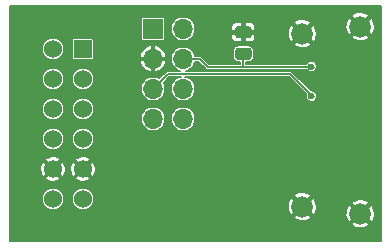
<source format=gbr>
%TF.GenerationSoftware,KiCad,Pcbnew,5.1.8*%
%TF.CreationDate,2021-01-07T21:55:06-06:00*%
%TF.ProjectId,hdmi_pmod,68646d69-5f70-46d6-9f64-2e6b69636164,rev?*%
%TF.SameCoordinates,Original*%
%TF.FileFunction,Copper,L4,Bot*%
%TF.FilePolarity,Positive*%
%FSLAX46Y46*%
G04 Gerber Fmt 4.6, Leading zero omitted, Abs format (unit mm)*
G04 Created by KiCad (PCBNEW 5.1.8) date 2021-01-07 21:55:06*
%MOMM*%
%LPD*%
G01*
G04 APERTURE LIST*
%TA.AperFunction,ComponentPad*%
%ADD10R,1.700000X1.700000*%
%TD*%
%TA.AperFunction,ComponentPad*%
%ADD11O,1.700000X1.700000*%
%TD*%
%TA.AperFunction,ComponentPad*%
%ADD12R,1.524000X1.524000*%
%TD*%
%TA.AperFunction,ComponentPad*%
%ADD13C,1.524000*%
%TD*%
%TA.AperFunction,ComponentPad*%
%ADD14C,1.828800*%
%TD*%
%TA.AperFunction,ViaPad*%
%ADD15C,0.600000*%
%TD*%
%TA.AperFunction,Conductor*%
%ADD16C,0.127000*%
%TD*%
%TA.AperFunction,Conductor*%
%ADD17C,0.100000*%
%TD*%
G04 APERTURE END LIST*
D10*
%TO.P,J1,1*%
%TO.N,+5V*%
X97150000Y-66000000D03*
D11*
%TO.P,J1,2*%
%TO.N,+3V3*%
X99690000Y-66000000D03*
%TO.P,J1,3*%
%TO.N,GND*%
X97150000Y-68540000D03*
%TO.P,J1,4*%
%TO.N,/HEAC-*%
X99690000Y-68540000D03*
%TO.P,J1,5*%
%TO.N,/HEAC+*%
X97150000Y-71080000D03*
%TO.P,J1,6*%
%TO.N,/SDA*%
X99690000Y-71080000D03*
%TO.P,J1,7*%
%TO.N,/SCL*%
X97150000Y-73620000D03*
%TO.P,J1,8*%
%TO.N,/CEC*%
X99690000Y-73620000D03*
%TD*%
D12*
%TO.P,PMOD0,1*%
%TO.N,/TMDS_CLK+*%
X91211001Y-67716001D03*
D13*
%TO.P,PMOD0,7*%
%TO.N,/TMDS_B+*%
X88671001Y-67716001D03*
%TO.P,PMOD0,2*%
%TO.N,/TMDS_CLK-*%
X91211001Y-70256001D03*
%TO.P,PMOD0,8*%
%TO.N,/TMDS_B-*%
X88671001Y-70256001D03*
%TO.P,PMOD0,3*%
%TO.N,/TMDS_R+*%
X91211001Y-72796001D03*
%TO.P,PMOD0,9*%
%TO.N,/TMDS_G+*%
X88671001Y-72796001D03*
%TO.P,PMOD0,4*%
%TO.N,/TMDS_R-*%
X91211001Y-75336001D03*
%TO.P,PMOD0,10*%
%TO.N,/TMDS_G-*%
X88671001Y-75336001D03*
%TO.P,PMOD0,5*%
%TO.N,GND*%
X91211001Y-77876001D03*
%TO.P,PMOD0,11*%
X88671001Y-77876001D03*
%TO.P,PMOD0,6*%
%TO.N,+3V3*%
X91211001Y-80416001D03*
%TO.P,PMOD0,12*%
X88671001Y-80416001D03*
%TD*%
D14*
%TO.P,J0,SH*%
%TO.N,GND*%
X109778800Y-66407020D03*
X109778800Y-81056978D03*
X114678790Y-65806945D03*
X114678790Y-81657053D03*
%TD*%
%TO.P,R4,2*%
%TO.N,GND*%
%TA.AperFunction,SMDPad,CuDef*%
G36*
G01*
X105250001Y-66800000D02*
X104349999Y-66800000D01*
G75*
G02*
X104100000Y-66550001I0J249999D01*
G01*
X104100000Y-66024999D01*
G75*
G02*
X104349999Y-65775000I249999J0D01*
G01*
X105250001Y-65775000D01*
G75*
G02*
X105500000Y-66024999I0J-249999D01*
G01*
X105500000Y-66550001D01*
G75*
G02*
X105250001Y-66800000I-249999J0D01*
G01*
G37*
%TD.AperFunction*%
%TO.P,R4,1*%
%TO.N,/HEAC-*%
%TA.AperFunction,SMDPad,CuDef*%
G36*
G01*
X105250001Y-68625000D02*
X104349999Y-68625000D01*
G75*
G02*
X104100000Y-68375001I0J249999D01*
G01*
X104100000Y-67849999D01*
G75*
G02*
X104349999Y-67600000I249999J0D01*
G01*
X105250001Y-67600000D01*
G75*
G02*
X105500000Y-67849999I0J-249999D01*
G01*
X105500000Y-68375001D01*
G75*
G02*
X105250001Y-68625000I-249999J0D01*
G01*
G37*
%TD.AperFunction*%
%TD*%
D15*
%TO.N,GND*%
X110550000Y-70200000D03*
X110550000Y-77700000D03*
X110550000Y-76200000D03*
X110550000Y-74700000D03*
X110550000Y-73250000D03*
%TO.N,/HEAC+*%
X110550000Y-71700000D03*
%TO.N,/HEAC-*%
X110550000Y-69200000D03*
%TD*%
D16*
%TO.N,GND*%
X109659280Y-66287500D02*
X109778800Y-66407020D01*
X104800000Y-66287500D02*
X104800000Y-65900000D01*
%TO.N,/HEAC+*%
X97150000Y-71080000D02*
X98430000Y-69800000D01*
X98430000Y-69800000D02*
X108750000Y-69800000D01*
X108750000Y-69800000D02*
X110650000Y-71700000D01*
X110650000Y-71700000D02*
X110750000Y-71700000D01*
%TO.N,/HEAC-*%
X99690000Y-68540000D02*
X101090000Y-68540000D01*
X101090000Y-68540000D02*
X101800000Y-69250000D01*
X110700000Y-69250000D02*
X110750000Y-69200000D01*
X104800000Y-69200000D02*
X104750000Y-69250000D01*
X104800000Y-68112500D02*
X104800000Y-69200000D01*
X101800000Y-69250000D02*
X104750000Y-69250000D01*
X104750000Y-69250000D02*
X110700000Y-69250000D01*
%TD*%
%TO.N,GND*%
X116490451Y-83990457D02*
X85045550Y-83991444D01*
X85045550Y-82551266D01*
X113942262Y-82551266D01*
X114044357Y-82719970D01*
X114263912Y-82823318D01*
X114499410Y-82881848D01*
X114741802Y-82893308D01*
X114981773Y-82857261D01*
X115210100Y-82775091D01*
X115313223Y-82719970D01*
X115415318Y-82551266D01*
X114678790Y-81814738D01*
X113942262Y-82551266D01*
X85045550Y-82551266D01*
X85045550Y-81951191D01*
X109042272Y-81951191D01*
X109144367Y-82119895D01*
X109363922Y-82223243D01*
X109599420Y-82281773D01*
X109841812Y-82293233D01*
X110081783Y-82257186D01*
X110310110Y-82175016D01*
X110413233Y-82119895D01*
X110515328Y-81951191D01*
X109778800Y-81214663D01*
X109042272Y-81951191D01*
X85045550Y-81951191D01*
X85045550Y-80322188D01*
X87718501Y-80322188D01*
X87718501Y-80509814D01*
X87755105Y-80693835D01*
X87826906Y-80867179D01*
X87931146Y-81023185D01*
X88063817Y-81155856D01*
X88219823Y-81260096D01*
X88393167Y-81331897D01*
X88577188Y-81368501D01*
X88764814Y-81368501D01*
X88948835Y-81331897D01*
X89122179Y-81260096D01*
X89278185Y-81155856D01*
X89410856Y-81023185D01*
X89515096Y-80867179D01*
X89586897Y-80693835D01*
X89623501Y-80509814D01*
X89623501Y-80322188D01*
X90258501Y-80322188D01*
X90258501Y-80509814D01*
X90295105Y-80693835D01*
X90366906Y-80867179D01*
X90471146Y-81023185D01*
X90603817Y-81155856D01*
X90759823Y-81260096D01*
X90933167Y-81331897D01*
X91117188Y-81368501D01*
X91304814Y-81368501D01*
X91488835Y-81331897D01*
X91662179Y-81260096D01*
X91818185Y-81155856D01*
X91854051Y-81119990D01*
X108542545Y-81119990D01*
X108578592Y-81359961D01*
X108660762Y-81588288D01*
X108715883Y-81691411D01*
X108884587Y-81793506D01*
X109621115Y-81056978D01*
X109936485Y-81056978D01*
X110673013Y-81793506D01*
X110794368Y-81720065D01*
X113442535Y-81720065D01*
X113478582Y-81960036D01*
X113560752Y-82188363D01*
X113615873Y-82291486D01*
X113784577Y-82393581D01*
X114521105Y-81657053D01*
X114836475Y-81657053D01*
X115573003Y-82393581D01*
X115741707Y-82291486D01*
X115845055Y-82071931D01*
X115903585Y-81836433D01*
X115915045Y-81594041D01*
X115878998Y-81354070D01*
X115796828Y-81125743D01*
X115741707Y-81022620D01*
X115573003Y-80920525D01*
X114836475Y-81657053D01*
X114521105Y-81657053D01*
X113784577Y-80920525D01*
X113615873Y-81022620D01*
X113512525Y-81242175D01*
X113453995Y-81477673D01*
X113442535Y-81720065D01*
X110794368Y-81720065D01*
X110841717Y-81691411D01*
X110945065Y-81471856D01*
X111003595Y-81236358D01*
X111015055Y-80993966D01*
X110980337Y-80762840D01*
X113942262Y-80762840D01*
X114678790Y-81499368D01*
X115415318Y-80762840D01*
X115313223Y-80594136D01*
X115093668Y-80490788D01*
X114858170Y-80432258D01*
X114615778Y-80420798D01*
X114375807Y-80456845D01*
X114147480Y-80539015D01*
X114044357Y-80594136D01*
X113942262Y-80762840D01*
X110980337Y-80762840D01*
X110979008Y-80753995D01*
X110896838Y-80525668D01*
X110841717Y-80422545D01*
X110673013Y-80320450D01*
X109936485Y-81056978D01*
X109621115Y-81056978D01*
X108884587Y-80320450D01*
X108715883Y-80422545D01*
X108612535Y-80642100D01*
X108554005Y-80877598D01*
X108542545Y-81119990D01*
X91854051Y-81119990D01*
X91950856Y-81023185D01*
X92055096Y-80867179D01*
X92126897Y-80693835D01*
X92163501Y-80509814D01*
X92163501Y-80322188D01*
X92131790Y-80162765D01*
X109042272Y-80162765D01*
X109778800Y-80899293D01*
X110515328Y-80162765D01*
X110413233Y-79994061D01*
X110193678Y-79890713D01*
X109958180Y-79832183D01*
X109715788Y-79820723D01*
X109475817Y-79856770D01*
X109247490Y-79938940D01*
X109144367Y-79994061D01*
X109042272Y-80162765D01*
X92131790Y-80162765D01*
X92126897Y-80138167D01*
X92055096Y-79964823D01*
X91950856Y-79808817D01*
X91818185Y-79676146D01*
X91662179Y-79571906D01*
X91488835Y-79500105D01*
X91304814Y-79463501D01*
X91117188Y-79463501D01*
X90933167Y-79500105D01*
X90759823Y-79571906D01*
X90603817Y-79676146D01*
X90471146Y-79808817D01*
X90366906Y-79964823D01*
X90295105Y-80138167D01*
X90258501Y-80322188D01*
X89623501Y-80322188D01*
X89586897Y-80138167D01*
X89515096Y-79964823D01*
X89410856Y-79808817D01*
X89278185Y-79676146D01*
X89122179Y-79571906D01*
X88948835Y-79500105D01*
X88764814Y-79463501D01*
X88577188Y-79463501D01*
X88393167Y-79500105D01*
X88219823Y-79571906D01*
X88063817Y-79676146D01*
X87931146Y-79808817D01*
X87826906Y-79964823D01*
X87755105Y-80138167D01*
X87718501Y-80322188D01*
X85045550Y-80322188D01*
X85045550Y-78661346D01*
X88043340Y-78661346D01*
X88126999Y-78814450D01*
X88320534Y-78902547D01*
X88527538Y-78951195D01*
X88740054Y-78958523D01*
X88949916Y-78924251D01*
X89149061Y-78849696D01*
X89215003Y-78814450D01*
X89298662Y-78661346D01*
X90583340Y-78661346D01*
X90666999Y-78814450D01*
X90860534Y-78902547D01*
X91067538Y-78951195D01*
X91280054Y-78958523D01*
X91489916Y-78924251D01*
X91689061Y-78849696D01*
X91755003Y-78814450D01*
X91838662Y-78661346D01*
X91211001Y-78033686D01*
X90583340Y-78661346D01*
X89298662Y-78661346D01*
X88671001Y-78033686D01*
X88043340Y-78661346D01*
X85045550Y-78661346D01*
X85045550Y-77945054D01*
X87588479Y-77945054D01*
X87622751Y-78154916D01*
X87697306Y-78354061D01*
X87732552Y-78420003D01*
X87885656Y-78503662D01*
X88513316Y-77876001D01*
X88828686Y-77876001D01*
X89456346Y-78503662D01*
X89609450Y-78420003D01*
X89697547Y-78226468D01*
X89746195Y-78019464D01*
X89748760Y-77945054D01*
X90128479Y-77945054D01*
X90162751Y-78154916D01*
X90237306Y-78354061D01*
X90272552Y-78420003D01*
X90425656Y-78503662D01*
X91053316Y-77876001D01*
X91368686Y-77876001D01*
X91996346Y-78503662D01*
X92149450Y-78420003D01*
X92237547Y-78226468D01*
X92286195Y-78019464D01*
X92293523Y-77806948D01*
X92259251Y-77597086D01*
X92184696Y-77397941D01*
X92149450Y-77331999D01*
X91996346Y-77248340D01*
X91368686Y-77876001D01*
X91053316Y-77876001D01*
X90425656Y-77248340D01*
X90272552Y-77331999D01*
X90184455Y-77525534D01*
X90135807Y-77732538D01*
X90128479Y-77945054D01*
X89748760Y-77945054D01*
X89753523Y-77806948D01*
X89719251Y-77597086D01*
X89644696Y-77397941D01*
X89609450Y-77331999D01*
X89456346Y-77248340D01*
X88828686Y-77876001D01*
X88513316Y-77876001D01*
X87885656Y-77248340D01*
X87732552Y-77331999D01*
X87644455Y-77525534D01*
X87595807Y-77732538D01*
X87588479Y-77945054D01*
X85045550Y-77945054D01*
X85045550Y-77090656D01*
X88043340Y-77090656D01*
X88671001Y-77718316D01*
X89298662Y-77090656D01*
X90583340Y-77090656D01*
X91211001Y-77718316D01*
X91838662Y-77090656D01*
X91755003Y-76937552D01*
X91561468Y-76849455D01*
X91354464Y-76800807D01*
X91141948Y-76793479D01*
X90932086Y-76827751D01*
X90732941Y-76902306D01*
X90666999Y-76937552D01*
X90583340Y-77090656D01*
X89298662Y-77090656D01*
X89215003Y-76937552D01*
X89021468Y-76849455D01*
X88814464Y-76800807D01*
X88601948Y-76793479D01*
X88392086Y-76827751D01*
X88192941Y-76902306D01*
X88126999Y-76937552D01*
X88043340Y-77090656D01*
X85045550Y-77090656D01*
X85045550Y-75242188D01*
X87718501Y-75242188D01*
X87718501Y-75429814D01*
X87755105Y-75613835D01*
X87826906Y-75787179D01*
X87931146Y-75943185D01*
X88063817Y-76075856D01*
X88219823Y-76180096D01*
X88393167Y-76251897D01*
X88577188Y-76288501D01*
X88764814Y-76288501D01*
X88948835Y-76251897D01*
X89122179Y-76180096D01*
X89278185Y-76075856D01*
X89410856Y-75943185D01*
X89515096Y-75787179D01*
X89586897Y-75613835D01*
X89623501Y-75429814D01*
X89623501Y-75242188D01*
X90258501Y-75242188D01*
X90258501Y-75429814D01*
X90295105Y-75613835D01*
X90366906Y-75787179D01*
X90471146Y-75943185D01*
X90603817Y-76075856D01*
X90759823Y-76180096D01*
X90933167Y-76251897D01*
X91117188Y-76288501D01*
X91304814Y-76288501D01*
X91488835Y-76251897D01*
X91662179Y-76180096D01*
X91818185Y-76075856D01*
X91950856Y-75943185D01*
X92055096Y-75787179D01*
X92126897Y-75613835D01*
X92163501Y-75429814D01*
X92163501Y-75242188D01*
X92126897Y-75058167D01*
X92055096Y-74884823D01*
X91950856Y-74728817D01*
X91818185Y-74596146D01*
X91662179Y-74491906D01*
X91488835Y-74420105D01*
X91304814Y-74383501D01*
X91117188Y-74383501D01*
X90933167Y-74420105D01*
X90759823Y-74491906D01*
X90603817Y-74596146D01*
X90471146Y-74728817D01*
X90366906Y-74884823D01*
X90295105Y-75058167D01*
X90258501Y-75242188D01*
X89623501Y-75242188D01*
X89586897Y-75058167D01*
X89515096Y-74884823D01*
X89410856Y-74728817D01*
X89278185Y-74596146D01*
X89122179Y-74491906D01*
X88948835Y-74420105D01*
X88764814Y-74383501D01*
X88577188Y-74383501D01*
X88393167Y-74420105D01*
X88219823Y-74491906D01*
X88063817Y-74596146D01*
X87931146Y-74728817D01*
X87826906Y-74884823D01*
X87755105Y-75058167D01*
X87718501Y-75242188D01*
X85045550Y-75242188D01*
X85045550Y-72702188D01*
X87718501Y-72702188D01*
X87718501Y-72889814D01*
X87755105Y-73073835D01*
X87826906Y-73247179D01*
X87931146Y-73403185D01*
X88063817Y-73535856D01*
X88219823Y-73640096D01*
X88393167Y-73711897D01*
X88577188Y-73748501D01*
X88764814Y-73748501D01*
X88948835Y-73711897D01*
X89122179Y-73640096D01*
X89278185Y-73535856D01*
X89410856Y-73403185D01*
X89515096Y-73247179D01*
X89586897Y-73073835D01*
X89623501Y-72889814D01*
X89623501Y-72702188D01*
X90258501Y-72702188D01*
X90258501Y-72889814D01*
X90295105Y-73073835D01*
X90366906Y-73247179D01*
X90471146Y-73403185D01*
X90603817Y-73535856D01*
X90759823Y-73640096D01*
X90933167Y-73711897D01*
X91117188Y-73748501D01*
X91304814Y-73748501D01*
X91488835Y-73711897D01*
X91662179Y-73640096D01*
X91818185Y-73535856D01*
X91836521Y-73517520D01*
X96109500Y-73517520D01*
X96109500Y-73722480D01*
X96149485Y-73923503D01*
X96227920Y-74112862D01*
X96341791Y-74283280D01*
X96486720Y-74428209D01*
X96657138Y-74542080D01*
X96846497Y-74620515D01*
X97047520Y-74660500D01*
X97252480Y-74660500D01*
X97453503Y-74620515D01*
X97642862Y-74542080D01*
X97813280Y-74428209D01*
X97958209Y-74283280D01*
X98072080Y-74112862D01*
X98150515Y-73923503D01*
X98190500Y-73722480D01*
X98190500Y-73517520D01*
X98649500Y-73517520D01*
X98649500Y-73722480D01*
X98689485Y-73923503D01*
X98767920Y-74112862D01*
X98881791Y-74283280D01*
X99026720Y-74428209D01*
X99197138Y-74542080D01*
X99386497Y-74620515D01*
X99587520Y-74660500D01*
X99792480Y-74660500D01*
X99993503Y-74620515D01*
X100182862Y-74542080D01*
X100353280Y-74428209D01*
X100498209Y-74283280D01*
X100612080Y-74112862D01*
X100690515Y-73923503D01*
X100730500Y-73722480D01*
X100730500Y-73517520D01*
X100690515Y-73316497D01*
X100612080Y-73127138D01*
X100498209Y-72956720D01*
X100353280Y-72811791D01*
X100182862Y-72697920D01*
X99993503Y-72619485D01*
X99792480Y-72579500D01*
X99587520Y-72579500D01*
X99386497Y-72619485D01*
X99197138Y-72697920D01*
X99026720Y-72811791D01*
X98881791Y-72956720D01*
X98767920Y-73127138D01*
X98689485Y-73316497D01*
X98649500Y-73517520D01*
X98190500Y-73517520D01*
X98150515Y-73316497D01*
X98072080Y-73127138D01*
X97958209Y-72956720D01*
X97813280Y-72811791D01*
X97642862Y-72697920D01*
X97453503Y-72619485D01*
X97252480Y-72579500D01*
X97047520Y-72579500D01*
X96846497Y-72619485D01*
X96657138Y-72697920D01*
X96486720Y-72811791D01*
X96341791Y-72956720D01*
X96227920Y-73127138D01*
X96149485Y-73316497D01*
X96109500Y-73517520D01*
X91836521Y-73517520D01*
X91950856Y-73403185D01*
X92055096Y-73247179D01*
X92126897Y-73073835D01*
X92163501Y-72889814D01*
X92163501Y-72702188D01*
X92126897Y-72518167D01*
X92055096Y-72344823D01*
X91950856Y-72188817D01*
X91818185Y-72056146D01*
X91662179Y-71951906D01*
X91488835Y-71880105D01*
X91304814Y-71843501D01*
X91117188Y-71843501D01*
X90933167Y-71880105D01*
X90759823Y-71951906D01*
X90603817Y-72056146D01*
X90471146Y-72188817D01*
X90366906Y-72344823D01*
X90295105Y-72518167D01*
X90258501Y-72702188D01*
X89623501Y-72702188D01*
X89586897Y-72518167D01*
X89515096Y-72344823D01*
X89410856Y-72188817D01*
X89278185Y-72056146D01*
X89122179Y-71951906D01*
X88948835Y-71880105D01*
X88764814Y-71843501D01*
X88577188Y-71843501D01*
X88393167Y-71880105D01*
X88219823Y-71951906D01*
X88063817Y-72056146D01*
X87931146Y-72188817D01*
X87826906Y-72344823D01*
X87755105Y-72518167D01*
X87718501Y-72702188D01*
X85045550Y-72702188D01*
X85045550Y-70162188D01*
X87718501Y-70162188D01*
X87718501Y-70349814D01*
X87755105Y-70533835D01*
X87826906Y-70707179D01*
X87931146Y-70863185D01*
X88063817Y-70995856D01*
X88219823Y-71100096D01*
X88393167Y-71171897D01*
X88577188Y-71208501D01*
X88764814Y-71208501D01*
X88948835Y-71171897D01*
X89122179Y-71100096D01*
X89278185Y-70995856D01*
X89410856Y-70863185D01*
X89515096Y-70707179D01*
X89586897Y-70533835D01*
X89623501Y-70349814D01*
X89623501Y-70162188D01*
X90258501Y-70162188D01*
X90258501Y-70349814D01*
X90295105Y-70533835D01*
X90366906Y-70707179D01*
X90471146Y-70863185D01*
X90603817Y-70995856D01*
X90759823Y-71100096D01*
X90933167Y-71171897D01*
X91117188Y-71208501D01*
X91304814Y-71208501D01*
X91488835Y-71171897D01*
X91662179Y-71100096D01*
X91818185Y-70995856D01*
X91836521Y-70977520D01*
X96109500Y-70977520D01*
X96109500Y-71182480D01*
X96149485Y-71383503D01*
X96227920Y-71572862D01*
X96341791Y-71743280D01*
X96486720Y-71888209D01*
X96657138Y-72002080D01*
X96846497Y-72080515D01*
X97047520Y-72120500D01*
X97252480Y-72120500D01*
X97453503Y-72080515D01*
X97642862Y-72002080D01*
X97813280Y-71888209D01*
X97958209Y-71743280D01*
X98072080Y-71572862D01*
X98150515Y-71383503D01*
X98190500Y-71182480D01*
X98190500Y-70977520D01*
X98150515Y-70776497D01*
X98072080Y-70587138D01*
X98044039Y-70545171D01*
X98535210Y-70054000D01*
X99514622Y-70054000D01*
X99386497Y-70079485D01*
X99197138Y-70157920D01*
X99026720Y-70271791D01*
X98881791Y-70416720D01*
X98767920Y-70587138D01*
X98689485Y-70776497D01*
X98649500Y-70977520D01*
X98649500Y-71182480D01*
X98689485Y-71383503D01*
X98767920Y-71572862D01*
X98881791Y-71743280D01*
X99026720Y-71888209D01*
X99197138Y-72002080D01*
X99386497Y-72080515D01*
X99587520Y-72120500D01*
X99792480Y-72120500D01*
X99993503Y-72080515D01*
X100182862Y-72002080D01*
X100353280Y-71888209D01*
X100498209Y-71743280D01*
X100612080Y-71572862D01*
X100690515Y-71383503D01*
X100730500Y-71182480D01*
X100730500Y-70977520D01*
X100690515Y-70776497D01*
X100612080Y-70587138D01*
X100498209Y-70416720D01*
X100353280Y-70271791D01*
X100182862Y-70157920D01*
X99993503Y-70079485D01*
X99865378Y-70054000D01*
X108644790Y-70054000D01*
X110098667Y-71507878D01*
X110078350Y-71556927D01*
X110059500Y-71651690D01*
X110059500Y-71748310D01*
X110078350Y-71843073D01*
X110115325Y-71932339D01*
X110169004Y-72012675D01*
X110237325Y-72080996D01*
X110317661Y-72134675D01*
X110406927Y-72171650D01*
X110501690Y-72190500D01*
X110598310Y-72190500D01*
X110693073Y-72171650D01*
X110782339Y-72134675D01*
X110862675Y-72080996D01*
X110930996Y-72012675D01*
X110984675Y-71932339D01*
X111021650Y-71843073D01*
X111040500Y-71748310D01*
X111040500Y-71651690D01*
X111021650Y-71556927D01*
X110984675Y-71467661D01*
X110930996Y-71387325D01*
X110862675Y-71319004D01*
X110782339Y-71265325D01*
X110693073Y-71228350D01*
X110598310Y-71209500D01*
X110518711Y-71209500D01*
X108938419Y-69629208D01*
X108930473Y-69619527D01*
X108920791Y-69611581D01*
X108920788Y-69611578D01*
X108908323Y-69601349D01*
X108891797Y-69587786D01*
X108847672Y-69564200D01*
X108799793Y-69549676D01*
X108762469Y-69546000D01*
X108762458Y-69546000D01*
X108750000Y-69544773D01*
X108737542Y-69546000D01*
X99965927Y-69546000D01*
X99993503Y-69540515D01*
X100182862Y-69462080D01*
X100353280Y-69348209D01*
X100498209Y-69203280D01*
X100612080Y-69032862D01*
X100690515Y-68843503D01*
X100700362Y-68794000D01*
X100984790Y-68794000D01*
X101611581Y-69420791D01*
X101619527Y-69430473D01*
X101629209Y-69438419D01*
X101629212Y-69438422D01*
X101658203Y-69462215D01*
X101677732Y-69472653D01*
X101702328Y-69485800D01*
X101750207Y-69500324D01*
X101787531Y-69504000D01*
X101787542Y-69504000D01*
X101800000Y-69505227D01*
X101812458Y-69504000D01*
X104737542Y-69504000D01*
X104750000Y-69505227D01*
X104762458Y-69504000D01*
X110163208Y-69504000D01*
X110169004Y-69512675D01*
X110237325Y-69580996D01*
X110317661Y-69634675D01*
X110406927Y-69671650D01*
X110501690Y-69690500D01*
X110598310Y-69690500D01*
X110693073Y-69671650D01*
X110782339Y-69634675D01*
X110862675Y-69580996D01*
X110930996Y-69512675D01*
X110984675Y-69432339D01*
X111021650Y-69343073D01*
X111040500Y-69248310D01*
X111040500Y-69151690D01*
X111021650Y-69056927D01*
X110984675Y-68967661D01*
X110930996Y-68887325D01*
X110862675Y-68819004D01*
X110782339Y-68765325D01*
X110693073Y-68728350D01*
X110598310Y-68709500D01*
X110501690Y-68709500D01*
X110406927Y-68728350D01*
X110317661Y-68765325D01*
X110237325Y-68819004D01*
X110169004Y-68887325D01*
X110115325Y-68967661D01*
X110103587Y-68996000D01*
X105054000Y-68996000D01*
X105054000Y-68816421D01*
X105250001Y-68816421D01*
X105336118Y-68807939D01*
X105418925Y-68782820D01*
X105495241Y-68742028D01*
X105562132Y-68687132D01*
X105617028Y-68620241D01*
X105657820Y-68543925D01*
X105682939Y-68461118D01*
X105691421Y-68375001D01*
X105691421Y-67849999D01*
X105682939Y-67763882D01*
X105657820Y-67681075D01*
X105617028Y-67604759D01*
X105562132Y-67537868D01*
X105495241Y-67482972D01*
X105418925Y-67442180D01*
X105336118Y-67417061D01*
X105250001Y-67408579D01*
X104349999Y-67408579D01*
X104263882Y-67417061D01*
X104181075Y-67442180D01*
X104104759Y-67482972D01*
X104037868Y-67537868D01*
X103982972Y-67604759D01*
X103942180Y-67681075D01*
X103917061Y-67763882D01*
X103908579Y-67849999D01*
X103908579Y-68375001D01*
X103917061Y-68461118D01*
X103942180Y-68543925D01*
X103982972Y-68620241D01*
X104037868Y-68687132D01*
X104104759Y-68742028D01*
X104181075Y-68782820D01*
X104263882Y-68807939D01*
X104349999Y-68816421D01*
X104546001Y-68816421D01*
X104546001Y-68996000D01*
X101905210Y-68996000D01*
X101278419Y-68369209D01*
X101270473Y-68359527D01*
X101260791Y-68351581D01*
X101260788Y-68351578D01*
X101248323Y-68341349D01*
X101231797Y-68327786D01*
X101187672Y-68304200D01*
X101139793Y-68289676D01*
X101102469Y-68286000D01*
X101102458Y-68286000D01*
X101090000Y-68284773D01*
X101077542Y-68286000D01*
X100700362Y-68286000D01*
X100690515Y-68236497D01*
X100612080Y-68047138D01*
X100498209Y-67876720D01*
X100353280Y-67731791D01*
X100182862Y-67617920D01*
X99993503Y-67539485D01*
X99792480Y-67499500D01*
X99587520Y-67499500D01*
X99386497Y-67539485D01*
X99197138Y-67617920D01*
X99026720Y-67731791D01*
X98881791Y-67876720D01*
X98767920Y-68047138D01*
X98689485Y-68236497D01*
X98649500Y-68437520D01*
X98649500Y-68642480D01*
X98689485Y-68843503D01*
X98767920Y-69032862D01*
X98881791Y-69203280D01*
X99026720Y-69348209D01*
X99197138Y-69462080D01*
X99386497Y-69540515D01*
X99414073Y-69546000D01*
X98442457Y-69546000D01*
X98429999Y-69544773D01*
X98417541Y-69546000D01*
X98417531Y-69546000D01*
X98380207Y-69549676D01*
X98332328Y-69564200D01*
X98288202Y-69587786D01*
X98259211Y-69611579D01*
X98259209Y-69611581D01*
X98249527Y-69619527D01*
X98241581Y-69629209D01*
X97684829Y-70185961D01*
X97642862Y-70157920D01*
X97453503Y-70079485D01*
X97252480Y-70039500D01*
X97047520Y-70039500D01*
X96846497Y-70079485D01*
X96657138Y-70157920D01*
X96486720Y-70271791D01*
X96341791Y-70416720D01*
X96227920Y-70587138D01*
X96149485Y-70776497D01*
X96109500Y-70977520D01*
X91836521Y-70977520D01*
X91950856Y-70863185D01*
X92055096Y-70707179D01*
X92126897Y-70533835D01*
X92163501Y-70349814D01*
X92163501Y-70162188D01*
X92126897Y-69978167D01*
X92055096Y-69804823D01*
X91950856Y-69648817D01*
X91818185Y-69516146D01*
X91662179Y-69411906D01*
X91488835Y-69340105D01*
X91304814Y-69303501D01*
X91117188Y-69303501D01*
X90933167Y-69340105D01*
X90759823Y-69411906D01*
X90603817Y-69516146D01*
X90471146Y-69648817D01*
X90366906Y-69804823D01*
X90295105Y-69978167D01*
X90258501Y-70162188D01*
X89623501Y-70162188D01*
X89586897Y-69978167D01*
X89515096Y-69804823D01*
X89410856Y-69648817D01*
X89278185Y-69516146D01*
X89122179Y-69411906D01*
X88948835Y-69340105D01*
X88764814Y-69303501D01*
X88577188Y-69303501D01*
X88393167Y-69340105D01*
X88219823Y-69411906D01*
X88063817Y-69516146D01*
X87931146Y-69648817D01*
X87826906Y-69804823D01*
X87755105Y-69978167D01*
X87718501Y-70162188D01*
X85045550Y-70162188D01*
X85045550Y-68831930D01*
X96019588Y-68831930D01*
X96047904Y-68925295D01*
X96144248Y-69132900D01*
X96279242Y-69317720D01*
X96447699Y-69472653D01*
X96643145Y-69591744D01*
X96858069Y-69670418D01*
X97038500Y-69622794D01*
X97038500Y-68651500D01*
X97261500Y-68651500D01*
X97261500Y-69622794D01*
X97441931Y-69670418D01*
X97656855Y-69591744D01*
X97852301Y-69472653D01*
X98020758Y-69317720D01*
X98155752Y-69132900D01*
X98252096Y-68925295D01*
X98280412Y-68831930D01*
X98232397Y-68651500D01*
X97261500Y-68651500D01*
X97038500Y-68651500D01*
X96067603Y-68651500D01*
X96019588Y-68831930D01*
X85045550Y-68831930D01*
X85045550Y-67622188D01*
X87718501Y-67622188D01*
X87718501Y-67809814D01*
X87755105Y-67993835D01*
X87826906Y-68167179D01*
X87931146Y-68323185D01*
X88063817Y-68455856D01*
X88219823Y-68560096D01*
X88393167Y-68631897D01*
X88577188Y-68668501D01*
X88764814Y-68668501D01*
X88948835Y-68631897D01*
X89122179Y-68560096D01*
X89278185Y-68455856D01*
X89410856Y-68323185D01*
X89515096Y-68167179D01*
X89586897Y-67993835D01*
X89623501Y-67809814D01*
X89623501Y-67622188D01*
X89586897Y-67438167D01*
X89515096Y-67264823D01*
X89410856Y-67108817D01*
X89278185Y-66976146D01*
X89245043Y-66954001D01*
X90257580Y-66954001D01*
X90257580Y-68478001D01*
X90261258Y-68515345D01*
X90272151Y-68551255D01*
X90289840Y-68584349D01*
X90313646Y-68613356D01*
X90342653Y-68637162D01*
X90375747Y-68654851D01*
X90411657Y-68665744D01*
X90449001Y-68669422D01*
X91973001Y-68669422D01*
X92010345Y-68665744D01*
X92046255Y-68654851D01*
X92079349Y-68637162D01*
X92108356Y-68613356D01*
X92132162Y-68584349D01*
X92149851Y-68551255D01*
X92160744Y-68515345D01*
X92164422Y-68478001D01*
X92164422Y-68248070D01*
X96019588Y-68248070D01*
X96067603Y-68428500D01*
X97038500Y-68428500D01*
X97038500Y-67457206D01*
X97261500Y-67457206D01*
X97261500Y-68428500D01*
X98232397Y-68428500D01*
X98280412Y-68248070D01*
X98252096Y-68154705D01*
X98155752Y-67947100D01*
X98020758Y-67762280D01*
X97852301Y-67607347D01*
X97656855Y-67488256D01*
X97441931Y-67409582D01*
X97261500Y-67457206D01*
X97038500Y-67457206D01*
X96858069Y-67409582D01*
X96643145Y-67488256D01*
X96447699Y-67607347D01*
X96279242Y-67762280D01*
X96144248Y-67947100D01*
X96047904Y-68154705D01*
X96019588Y-68248070D01*
X92164422Y-68248070D01*
X92164422Y-67301233D01*
X109042272Y-67301233D01*
X109144367Y-67469937D01*
X109363922Y-67573285D01*
X109599420Y-67631815D01*
X109841812Y-67643275D01*
X110081783Y-67607228D01*
X110310110Y-67525058D01*
X110413233Y-67469937D01*
X110515328Y-67301233D01*
X109778800Y-66564705D01*
X109042272Y-67301233D01*
X92164422Y-67301233D01*
X92164422Y-66954001D01*
X92160744Y-66916657D01*
X92149851Y-66880747D01*
X92132162Y-66847653D01*
X92108356Y-66818646D01*
X92079349Y-66794840D01*
X92046255Y-66777151D01*
X92010345Y-66766258D01*
X91973001Y-66762580D01*
X90449001Y-66762580D01*
X90411657Y-66766258D01*
X90375747Y-66777151D01*
X90342653Y-66794840D01*
X90313646Y-66818646D01*
X90289840Y-66847653D01*
X90272151Y-66880747D01*
X90261258Y-66916657D01*
X90257580Y-66954001D01*
X89245043Y-66954001D01*
X89122179Y-66871906D01*
X88948835Y-66800105D01*
X88764814Y-66763501D01*
X88577188Y-66763501D01*
X88393167Y-66800105D01*
X88219823Y-66871906D01*
X88063817Y-66976146D01*
X87931146Y-67108817D01*
X87826906Y-67264823D01*
X87755105Y-67438167D01*
X87718501Y-67622188D01*
X85045550Y-67622188D01*
X85045550Y-65150000D01*
X96108579Y-65150000D01*
X96108579Y-66850000D01*
X96112257Y-66887344D01*
X96123150Y-66923254D01*
X96140839Y-66956348D01*
X96164645Y-66985355D01*
X96193652Y-67009161D01*
X96226746Y-67026850D01*
X96262656Y-67037743D01*
X96300000Y-67041421D01*
X98000000Y-67041421D01*
X98037344Y-67037743D01*
X98073254Y-67026850D01*
X98106348Y-67009161D01*
X98135355Y-66985355D01*
X98159161Y-66956348D01*
X98176850Y-66923254D01*
X98187743Y-66887344D01*
X98191421Y-66850000D01*
X98191421Y-65897520D01*
X98649500Y-65897520D01*
X98649500Y-66102480D01*
X98689485Y-66303503D01*
X98767920Y-66492862D01*
X98881791Y-66663280D01*
X99026720Y-66808209D01*
X99197138Y-66922080D01*
X99386497Y-67000515D01*
X99587520Y-67040500D01*
X99792480Y-67040500D01*
X99993503Y-67000515D01*
X100182862Y-66922080D01*
X100353280Y-66808209D01*
X100361489Y-66800000D01*
X103780964Y-66800000D01*
X103787094Y-66862241D01*
X103805249Y-66922090D01*
X103834731Y-66977247D01*
X103874407Y-67025593D01*
X103922753Y-67065269D01*
X103977910Y-67094751D01*
X104037759Y-67112906D01*
X104100000Y-67119036D01*
X104609125Y-67117500D01*
X104688500Y-67038125D01*
X104688500Y-66399000D01*
X104911500Y-66399000D01*
X104911500Y-67038125D01*
X104990875Y-67117500D01*
X105500000Y-67119036D01*
X105562241Y-67112906D01*
X105622090Y-67094751D01*
X105677247Y-67065269D01*
X105725593Y-67025593D01*
X105765269Y-66977247D01*
X105794751Y-66922090D01*
X105812906Y-66862241D01*
X105819036Y-66800000D01*
X105817500Y-66478375D01*
X105809157Y-66470032D01*
X108542545Y-66470032D01*
X108578592Y-66710003D01*
X108660762Y-66938330D01*
X108715883Y-67041453D01*
X108884587Y-67143548D01*
X109621115Y-66407020D01*
X109936485Y-66407020D01*
X110673013Y-67143548D01*
X110841717Y-67041453D01*
X110945065Y-66821898D01*
X110975073Y-66701158D01*
X113942262Y-66701158D01*
X114044357Y-66869862D01*
X114263912Y-66973210D01*
X114499410Y-67031740D01*
X114741802Y-67043200D01*
X114981773Y-67007153D01*
X115210100Y-66924983D01*
X115313223Y-66869862D01*
X115415318Y-66701158D01*
X114678790Y-65964630D01*
X113942262Y-66701158D01*
X110975073Y-66701158D01*
X111003595Y-66586400D01*
X111015055Y-66344008D01*
X110979008Y-66104037D01*
X110896838Y-65875710D01*
X110893763Y-65869957D01*
X113442535Y-65869957D01*
X113478582Y-66109928D01*
X113560752Y-66338255D01*
X113615873Y-66441378D01*
X113784577Y-66543473D01*
X114521105Y-65806945D01*
X114836475Y-65806945D01*
X115573003Y-66543473D01*
X115741707Y-66441378D01*
X115845055Y-66221823D01*
X115903585Y-65986325D01*
X115915045Y-65743933D01*
X115878998Y-65503962D01*
X115796828Y-65275635D01*
X115741707Y-65172512D01*
X115573003Y-65070417D01*
X114836475Y-65806945D01*
X114521105Y-65806945D01*
X113784577Y-65070417D01*
X113615873Y-65172512D01*
X113512525Y-65392067D01*
X113453995Y-65627565D01*
X113442535Y-65869957D01*
X110893763Y-65869957D01*
X110841717Y-65772587D01*
X110673013Y-65670492D01*
X109936485Y-66407020D01*
X109621115Y-66407020D01*
X108884587Y-65670492D01*
X108715883Y-65772587D01*
X108612535Y-65992142D01*
X108554005Y-66227640D01*
X108542545Y-66470032D01*
X105809157Y-66470032D01*
X105738125Y-66399000D01*
X104911500Y-66399000D01*
X104688500Y-66399000D01*
X103861875Y-66399000D01*
X103782500Y-66478375D01*
X103780964Y-66800000D01*
X100361489Y-66800000D01*
X100498209Y-66663280D01*
X100612080Y-66492862D01*
X100690515Y-66303503D01*
X100730500Y-66102480D01*
X100730500Y-65897520D01*
X100706130Y-65775000D01*
X103780964Y-65775000D01*
X103782500Y-66096625D01*
X103861875Y-66176000D01*
X104688500Y-66176000D01*
X104688500Y-65536875D01*
X104911500Y-65536875D01*
X104911500Y-66176000D01*
X105738125Y-66176000D01*
X105817500Y-66096625D01*
X105819036Y-65775000D01*
X105812906Y-65712759D01*
X105794751Y-65652910D01*
X105765269Y-65597753D01*
X105725593Y-65549407D01*
X105680996Y-65512807D01*
X109042272Y-65512807D01*
X109778800Y-66249335D01*
X110515328Y-65512807D01*
X110413233Y-65344103D01*
X110193678Y-65240755D01*
X109958180Y-65182225D01*
X109715788Y-65170765D01*
X109475817Y-65206812D01*
X109247490Y-65288982D01*
X109144367Y-65344103D01*
X109042272Y-65512807D01*
X105680996Y-65512807D01*
X105677247Y-65509731D01*
X105622090Y-65480249D01*
X105562241Y-65462094D01*
X105500000Y-65455964D01*
X104990875Y-65457500D01*
X104911500Y-65536875D01*
X104688500Y-65536875D01*
X104609125Y-65457500D01*
X104100000Y-65455964D01*
X104037759Y-65462094D01*
X103977910Y-65480249D01*
X103922753Y-65509731D01*
X103874407Y-65549407D01*
X103834731Y-65597753D01*
X103805249Y-65652910D01*
X103787094Y-65712759D01*
X103780964Y-65775000D01*
X100706130Y-65775000D01*
X100690515Y-65696497D01*
X100612080Y-65507138D01*
X100498209Y-65336720D01*
X100353280Y-65191791D01*
X100182862Y-65077920D01*
X99993503Y-64999485D01*
X99792480Y-64959500D01*
X99587520Y-64959500D01*
X99386497Y-64999485D01*
X99197138Y-65077920D01*
X99026720Y-65191791D01*
X98881791Y-65336720D01*
X98767920Y-65507138D01*
X98689485Y-65696497D01*
X98649500Y-65897520D01*
X98191421Y-65897520D01*
X98191421Y-65150000D01*
X98187743Y-65112656D01*
X98176850Y-65076746D01*
X98159161Y-65043652D01*
X98135355Y-65014645D01*
X98106348Y-64990839D01*
X98073254Y-64973150D01*
X98037344Y-64962257D01*
X98000000Y-64958579D01*
X96300000Y-64958579D01*
X96262656Y-64962257D01*
X96226746Y-64973150D01*
X96193652Y-64990839D01*
X96164645Y-65014645D01*
X96140839Y-65043652D01*
X96123150Y-65076746D01*
X96112257Y-65112656D01*
X96108579Y-65150000D01*
X85045550Y-65150000D01*
X85045550Y-64912732D01*
X113942262Y-64912732D01*
X114678790Y-65649260D01*
X115415318Y-64912732D01*
X115313223Y-64744028D01*
X115093668Y-64640680D01*
X114858170Y-64582150D01*
X114615778Y-64570690D01*
X114375807Y-64606737D01*
X114147480Y-64688907D01*
X114044357Y-64744028D01*
X113942262Y-64912732D01*
X85045550Y-64912732D01*
X85045550Y-64090543D01*
X116490450Y-64089556D01*
X116490451Y-83990457D01*
%TA.AperFunction,Conductor*%
D17*
G36*
X116490451Y-83990457D02*
G01*
X85045550Y-83991444D01*
X85045550Y-82551266D01*
X113942262Y-82551266D01*
X114044357Y-82719970D01*
X114263912Y-82823318D01*
X114499410Y-82881848D01*
X114741802Y-82893308D01*
X114981773Y-82857261D01*
X115210100Y-82775091D01*
X115313223Y-82719970D01*
X115415318Y-82551266D01*
X114678790Y-81814738D01*
X113942262Y-82551266D01*
X85045550Y-82551266D01*
X85045550Y-81951191D01*
X109042272Y-81951191D01*
X109144367Y-82119895D01*
X109363922Y-82223243D01*
X109599420Y-82281773D01*
X109841812Y-82293233D01*
X110081783Y-82257186D01*
X110310110Y-82175016D01*
X110413233Y-82119895D01*
X110515328Y-81951191D01*
X109778800Y-81214663D01*
X109042272Y-81951191D01*
X85045550Y-81951191D01*
X85045550Y-80322188D01*
X87718501Y-80322188D01*
X87718501Y-80509814D01*
X87755105Y-80693835D01*
X87826906Y-80867179D01*
X87931146Y-81023185D01*
X88063817Y-81155856D01*
X88219823Y-81260096D01*
X88393167Y-81331897D01*
X88577188Y-81368501D01*
X88764814Y-81368501D01*
X88948835Y-81331897D01*
X89122179Y-81260096D01*
X89278185Y-81155856D01*
X89410856Y-81023185D01*
X89515096Y-80867179D01*
X89586897Y-80693835D01*
X89623501Y-80509814D01*
X89623501Y-80322188D01*
X90258501Y-80322188D01*
X90258501Y-80509814D01*
X90295105Y-80693835D01*
X90366906Y-80867179D01*
X90471146Y-81023185D01*
X90603817Y-81155856D01*
X90759823Y-81260096D01*
X90933167Y-81331897D01*
X91117188Y-81368501D01*
X91304814Y-81368501D01*
X91488835Y-81331897D01*
X91662179Y-81260096D01*
X91818185Y-81155856D01*
X91854051Y-81119990D01*
X108542545Y-81119990D01*
X108578592Y-81359961D01*
X108660762Y-81588288D01*
X108715883Y-81691411D01*
X108884587Y-81793506D01*
X109621115Y-81056978D01*
X109936485Y-81056978D01*
X110673013Y-81793506D01*
X110794368Y-81720065D01*
X113442535Y-81720065D01*
X113478582Y-81960036D01*
X113560752Y-82188363D01*
X113615873Y-82291486D01*
X113784577Y-82393581D01*
X114521105Y-81657053D01*
X114836475Y-81657053D01*
X115573003Y-82393581D01*
X115741707Y-82291486D01*
X115845055Y-82071931D01*
X115903585Y-81836433D01*
X115915045Y-81594041D01*
X115878998Y-81354070D01*
X115796828Y-81125743D01*
X115741707Y-81022620D01*
X115573003Y-80920525D01*
X114836475Y-81657053D01*
X114521105Y-81657053D01*
X113784577Y-80920525D01*
X113615873Y-81022620D01*
X113512525Y-81242175D01*
X113453995Y-81477673D01*
X113442535Y-81720065D01*
X110794368Y-81720065D01*
X110841717Y-81691411D01*
X110945065Y-81471856D01*
X111003595Y-81236358D01*
X111015055Y-80993966D01*
X110980337Y-80762840D01*
X113942262Y-80762840D01*
X114678790Y-81499368D01*
X115415318Y-80762840D01*
X115313223Y-80594136D01*
X115093668Y-80490788D01*
X114858170Y-80432258D01*
X114615778Y-80420798D01*
X114375807Y-80456845D01*
X114147480Y-80539015D01*
X114044357Y-80594136D01*
X113942262Y-80762840D01*
X110980337Y-80762840D01*
X110979008Y-80753995D01*
X110896838Y-80525668D01*
X110841717Y-80422545D01*
X110673013Y-80320450D01*
X109936485Y-81056978D01*
X109621115Y-81056978D01*
X108884587Y-80320450D01*
X108715883Y-80422545D01*
X108612535Y-80642100D01*
X108554005Y-80877598D01*
X108542545Y-81119990D01*
X91854051Y-81119990D01*
X91950856Y-81023185D01*
X92055096Y-80867179D01*
X92126897Y-80693835D01*
X92163501Y-80509814D01*
X92163501Y-80322188D01*
X92131790Y-80162765D01*
X109042272Y-80162765D01*
X109778800Y-80899293D01*
X110515328Y-80162765D01*
X110413233Y-79994061D01*
X110193678Y-79890713D01*
X109958180Y-79832183D01*
X109715788Y-79820723D01*
X109475817Y-79856770D01*
X109247490Y-79938940D01*
X109144367Y-79994061D01*
X109042272Y-80162765D01*
X92131790Y-80162765D01*
X92126897Y-80138167D01*
X92055096Y-79964823D01*
X91950856Y-79808817D01*
X91818185Y-79676146D01*
X91662179Y-79571906D01*
X91488835Y-79500105D01*
X91304814Y-79463501D01*
X91117188Y-79463501D01*
X90933167Y-79500105D01*
X90759823Y-79571906D01*
X90603817Y-79676146D01*
X90471146Y-79808817D01*
X90366906Y-79964823D01*
X90295105Y-80138167D01*
X90258501Y-80322188D01*
X89623501Y-80322188D01*
X89586897Y-80138167D01*
X89515096Y-79964823D01*
X89410856Y-79808817D01*
X89278185Y-79676146D01*
X89122179Y-79571906D01*
X88948835Y-79500105D01*
X88764814Y-79463501D01*
X88577188Y-79463501D01*
X88393167Y-79500105D01*
X88219823Y-79571906D01*
X88063817Y-79676146D01*
X87931146Y-79808817D01*
X87826906Y-79964823D01*
X87755105Y-80138167D01*
X87718501Y-80322188D01*
X85045550Y-80322188D01*
X85045550Y-78661346D01*
X88043340Y-78661346D01*
X88126999Y-78814450D01*
X88320534Y-78902547D01*
X88527538Y-78951195D01*
X88740054Y-78958523D01*
X88949916Y-78924251D01*
X89149061Y-78849696D01*
X89215003Y-78814450D01*
X89298662Y-78661346D01*
X90583340Y-78661346D01*
X90666999Y-78814450D01*
X90860534Y-78902547D01*
X91067538Y-78951195D01*
X91280054Y-78958523D01*
X91489916Y-78924251D01*
X91689061Y-78849696D01*
X91755003Y-78814450D01*
X91838662Y-78661346D01*
X91211001Y-78033686D01*
X90583340Y-78661346D01*
X89298662Y-78661346D01*
X88671001Y-78033686D01*
X88043340Y-78661346D01*
X85045550Y-78661346D01*
X85045550Y-77945054D01*
X87588479Y-77945054D01*
X87622751Y-78154916D01*
X87697306Y-78354061D01*
X87732552Y-78420003D01*
X87885656Y-78503662D01*
X88513316Y-77876001D01*
X88828686Y-77876001D01*
X89456346Y-78503662D01*
X89609450Y-78420003D01*
X89697547Y-78226468D01*
X89746195Y-78019464D01*
X89748760Y-77945054D01*
X90128479Y-77945054D01*
X90162751Y-78154916D01*
X90237306Y-78354061D01*
X90272552Y-78420003D01*
X90425656Y-78503662D01*
X91053316Y-77876001D01*
X91368686Y-77876001D01*
X91996346Y-78503662D01*
X92149450Y-78420003D01*
X92237547Y-78226468D01*
X92286195Y-78019464D01*
X92293523Y-77806948D01*
X92259251Y-77597086D01*
X92184696Y-77397941D01*
X92149450Y-77331999D01*
X91996346Y-77248340D01*
X91368686Y-77876001D01*
X91053316Y-77876001D01*
X90425656Y-77248340D01*
X90272552Y-77331999D01*
X90184455Y-77525534D01*
X90135807Y-77732538D01*
X90128479Y-77945054D01*
X89748760Y-77945054D01*
X89753523Y-77806948D01*
X89719251Y-77597086D01*
X89644696Y-77397941D01*
X89609450Y-77331999D01*
X89456346Y-77248340D01*
X88828686Y-77876001D01*
X88513316Y-77876001D01*
X87885656Y-77248340D01*
X87732552Y-77331999D01*
X87644455Y-77525534D01*
X87595807Y-77732538D01*
X87588479Y-77945054D01*
X85045550Y-77945054D01*
X85045550Y-77090656D01*
X88043340Y-77090656D01*
X88671001Y-77718316D01*
X89298662Y-77090656D01*
X90583340Y-77090656D01*
X91211001Y-77718316D01*
X91838662Y-77090656D01*
X91755003Y-76937552D01*
X91561468Y-76849455D01*
X91354464Y-76800807D01*
X91141948Y-76793479D01*
X90932086Y-76827751D01*
X90732941Y-76902306D01*
X90666999Y-76937552D01*
X90583340Y-77090656D01*
X89298662Y-77090656D01*
X89215003Y-76937552D01*
X89021468Y-76849455D01*
X88814464Y-76800807D01*
X88601948Y-76793479D01*
X88392086Y-76827751D01*
X88192941Y-76902306D01*
X88126999Y-76937552D01*
X88043340Y-77090656D01*
X85045550Y-77090656D01*
X85045550Y-75242188D01*
X87718501Y-75242188D01*
X87718501Y-75429814D01*
X87755105Y-75613835D01*
X87826906Y-75787179D01*
X87931146Y-75943185D01*
X88063817Y-76075856D01*
X88219823Y-76180096D01*
X88393167Y-76251897D01*
X88577188Y-76288501D01*
X88764814Y-76288501D01*
X88948835Y-76251897D01*
X89122179Y-76180096D01*
X89278185Y-76075856D01*
X89410856Y-75943185D01*
X89515096Y-75787179D01*
X89586897Y-75613835D01*
X89623501Y-75429814D01*
X89623501Y-75242188D01*
X90258501Y-75242188D01*
X90258501Y-75429814D01*
X90295105Y-75613835D01*
X90366906Y-75787179D01*
X90471146Y-75943185D01*
X90603817Y-76075856D01*
X90759823Y-76180096D01*
X90933167Y-76251897D01*
X91117188Y-76288501D01*
X91304814Y-76288501D01*
X91488835Y-76251897D01*
X91662179Y-76180096D01*
X91818185Y-76075856D01*
X91950856Y-75943185D01*
X92055096Y-75787179D01*
X92126897Y-75613835D01*
X92163501Y-75429814D01*
X92163501Y-75242188D01*
X92126897Y-75058167D01*
X92055096Y-74884823D01*
X91950856Y-74728817D01*
X91818185Y-74596146D01*
X91662179Y-74491906D01*
X91488835Y-74420105D01*
X91304814Y-74383501D01*
X91117188Y-74383501D01*
X90933167Y-74420105D01*
X90759823Y-74491906D01*
X90603817Y-74596146D01*
X90471146Y-74728817D01*
X90366906Y-74884823D01*
X90295105Y-75058167D01*
X90258501Y-75242188D01*
X89623501Y-75242188D01*
X89586897Y-75058167D01*
X89515096Y-74884823D01*
X89410856Y-74728817D01*
X89278185Y-74596146D01*
X89122179Y-74491906D01*
X88948835Y-74420105D01*
X88764814Y-74383501D01*
X88577188Y-74383501D01*
X88393167Y-74420105D01*
X88219823Y-74491906D01*
X88063817Y-74596146D01*
X87931146Y-74728817D01*
X87826906Y-74884823D01*
X87755105Y-75058167D01*
X87718501Y-75242188D01*
X85045550Y-75242188D01*
X85045550Y-72702188D01*
X87718501Y-72702188D01*
X87718501Y-72889814D01*
X87755105Y-73073835D01*
X87826906Y-73247179D01*
X87931146Y-73403185D01*
X88063817Y-73535856D01*
X88219823Y-73640096D01*
X88393167Y-73711897D01*
X88577188Y-73748501D01*
X88764814Y-73748501D01*
X88948835Y-73711897D01*
X89122179Y-73640096D01*
X89278185Y-73535856D01*
X89410856Y-73403185D01*
X89515096Y-73247179D01*
X89586897Y-73073835D01*
X89623501Y-72889814D01*
X89623501Y-72702188D01*
X90258501Y-72702188D01*
X90258501Y-72889814D01*
X90295105Y-73073835D01*
X90366906Y-73247179D01*
X90471146Y-73403185D01*
X90603817Y-73535856D01*
X90759823Y-73640096D01*
X90933167Y-73711897D01*
X91117188Y-73748501D01*
X91304814Y-73748501D01*
X91488835Y-73711897D01*
X91662179Y-73640096D01*
X91818185Y-73535856D01*
X91836521Y-73517520D01*
X96109500Y-73517520D01*
X96109500Y-73722480D01*
X96149485Y-73923503D01*
X96227920Y-74112862D01*
X96341791Y-74283280D01*
X96486720Y-74428209D01*
X96657138Y-74542080D01*
X96846497Y-74620515D01*
X97047520Y-74660500D01*
X97252480Y-74660500D01*
X97453503Y-74620515D01*
X97642862Y-74542080D01*
X97813280Y-74428209D01*
X97958209Y-74283280D01*
X98072080Y-74112862D01*
X98150515Y-73923503D01*
X98190500Y-73722480D01*
X98190500Y-73517520D01*
X98649500Y-73517520D01*
X98649500Y-73722480D01*
X98689485Y-73923503D01*
X98767920Y-74112862D01*
X98881791Y-74283280D01*
X99026720Y-74428209D01*
X99197138Y-74542080D01*
X99386497Y-74620515D01*
X99587520Y-74660500D01*
X99792480Y-74660500D01*
X99993503Y-74620515D01*
X100182862Y-74542080D01*
X100353280Y-74428209D01*
X100498209Y-74283280D01*
X100612080Y-74112862D01*
X100690515Y-73923503D01*
X100730500Y-73722480D01*
X100730500Y-73517520D01*
X100690515Y-73316497D01*
X100612080Y-73127138D01*
X100498209Y-72956720D01*
X100353280Y-72811791D01*
X100182862Y-72697920D01*
X99993503Y-72619485D01*
X99792480Y-72579500D01*
X99587520Y-72579500D01*
X99386497Y-72619485D01*
X99197138Y-72697920D01*
X99026720Y-72811791D01*
X98881791Y-72956720D01*
X98767920Y-73127138D01*
X98689485Y-73316497D01*
X98649500Y-73517520D01*
X98190500Y-73517520D01*
X98150515Y-73316497D01*
X98072080Y-73127138D01*
X97958209Y-72956720D01*
X97813280Y-72811791D01*
X97642862Y-72697920D01*
X97453503Y-72619485D01*
X97252480Y-72579500D01*
X97047520Y-72579500D01*
X96846497Y-72619485D01*
X96657138Y-72697920D01*
X96486720Y-72811791D01*
X96341791Y-72956720D01*
X96227920Y-73127138D01*
X96149485Y-73316497D01*
X96109500Y-73517520D01*
X91836521Y-73517520D01*
X91950856Y-73403185D01*
X92055096Y-73247179D01*
X92126897Y-73073835D01*
X92163501Y-72889814D01*
X92163501Y-72702188D01*
X92126897Y-72518167D01*
X92055096Y-72344823D01*
X91950856Y-72188817D01*
X91818185Y-72056146D01*
X91662179Y-71951906D01*
X91488835Y-71880105D01*
X91304814Y-71843501D01*
X91117188Y-71843501D01*
X90933167Y-71880105D01*
X90759823Y-71951906D01*
X90603817Y-72056146D01*
X90471146Y-72188817D01*
X90366906Y-72344823D01*
X90295105Y-72518167D01*
X90258501Y-72702188D01*
X89623501Y-72702188D01*
X89586897Y-72518167D01*
X89515096Y-72344823D01*
X89410856Y-72188817D01*
X89278185Y-72056146D01*
X89122179Y-71951906D01*
X88948835Y-71880105D01*
X88764814Y-71843501D01*
X88577188Y-71843501D01*
X88393167Y-71880105D01*
X88219823Y-71951906D01*
X88063817Y-72056146D01*
X87931146Y-72188817D01*
X87826906Y-72344823D01*
X87755105Y-72518167D01*
X87718501Y-72702188D01*
X85045550Y-72702188D01*
X85045550Y-70162188D01*
X87718501Y-70162188D01*
X87718501Y-70349814D01*
X87755105Y-70533835D01*
X87826906Y-70707179D01*
X87931146Y-70863185D01*
X88063817Y-70995856D01*
X88219823Y-71100096D01*
X88393167Y-71171897D01*
X88577188Y-71208501D01*
X88764814Y-71208501D01*
X88948835Y-71171897D01*
X89122179Y-71100096D01*
X89278185Y-70995856D01*
X89410856Y-70863185D01*
X89515096Y-70707179D01*
X89586897Y-70533835D01*
X89623501Y-70349814D01*
X89623501Y-70162188D01*
X90258501Y-70162188D01*
X90258501Y-70349814D01*
X90295105Y-70533835D01*
X90366906Y-70707179D01*
X90471146Y-70863185D01*
X90603817Y-70995856D01*
X90759823Y-71100096D01*
X90933167Y-71171897D01*
X91117188Y-71208501D01*
X91304814Y-71208501D01*
X91488835Y-71171897D01*
X91662179Y-71100096D01*
X91818185Y-70995856D01*
X91836521Y-70977520D01*
X96109500Y-70977520D01*
X96109500Y-71182480D01*
X96149485Y-71383503D01*
X96227920Y-71572862D01*
X96341791Y-71743280D01*
X96486720Y-71888209D01*
X96657138Y-72002080D01*
X96846497Y-72080515D01*
X97047520Y-72120500D01*
X97252480Y-72120500D01*
X97453503Y-72080515D01*
X97642862Y-72002080D01*
X97813280Y-71888209D01*
X97958209Y-71743280D01*
X98072080Y-71572862D01*
X98150515Y-71383503D01*
X98190500Y-71182480D01*
X98190500Y-70977520D01*
X98150515Y-70776497D01*
X98072080Y-70587138D01*
X98044039Y-70545171D01*
X98535210Y-70054000D01*
X99514622Y-70054000D01*
X99386497Y-70079485D01*
X99197138Y-70157920D01*
X99026720Y-70271791D01*
X98881791Y-70416720D01*
X98767920Y-70587138D01*
X98689485Y-70776497D01*
X98649500Y-70977520D01*
X98649500Y-71182480D01*
X98689485Y-71383503D01*
X98767920Y-71572862D01*
X98881791Y-71743280D01*
X99026720Y-71888209D01*
X99197138Y-72002080D01*
X99386497Y-72080515D01*
X99587520Y-72120500D01*
X99792480Y-72120500D01*
X99993503Y-72080515D01*
X100182862Y-72002080D01*
X100353280Y-71888209D01*
X100498209Y-71743280D01*
X100612080Y-71572862D01*
X100690515Y-71383503D01*
X100730500Y-71182480D01*
X100730500Y-70977520D01*
X100690515Y-70776497D01*
X100612080Y-70587138D01*
X100498209Y-70416720D01*
X100353280Y-70271791D01*
X100182862Y-70157920D01*
X99993503Y-70079485D01*
X99865378Y-70054000D01*
X108644790Y-70054000D01*
X110098667Y-71507878D01*
X110078350Y-71556927D01*
X110059500Y-71651690D01*
X110059500Y-71748310D01*
X110078350Y-71843073D01*
X110115325Y-71932339D01*
X110169004Y-72012675D01*
X110237325Y-72080996D01*
X110317661Y-72134675D01*
X110406927Y-72171650D01*
X110501690Y-72190500D01*
X110598310Y-72190500D01*
X110693073Y-72171650D01*
X110782339Y-72134675D01*
X110862675Y-72080996D01*
X110930996Y-72012675D01*
X110984675Y-71932339D01*
X111021650Y-71843073D01*
X111040500Y-71748310D01*
X111040500Y-71651690D01*
X111021650Y-71556927D01*
X110984675Y-71467661D01*
X110930996Y-71387325D01*
X110862675Y-71319004D01*
X110782339Y-71265325D01*
X110693073Y-71228350D01*
X110598310Y-71209500D01*
X110518711Y-71209500D01*
X108938419Y-69629208D01*
X108930473Y-69619527D01*
X108920791Y-69611581D01*
X108920788Y-69611578D01*
X108908323Y-69601349D01*
X108891797Y-69587786D01*
X108847672Y-69564200D01*
X108799793Y-69549676D01*
X108762469Y-69546000D01*
X108762458Y-69546000D01*
X108750000Y-69544773D01*
X108737542Y-69546000D01*
X99965927Y-69546000D01*
X99993503Y-69540515D01*
X100182862Y-69462080D01*
X100353280Y-69348209D01*
X100498209Y-69203280D01*
X100612080Y-69032862D01*
X100690515Y-68843503D01*
X100700362Y-68794000D01*
X100984790Y-68794000D01*
X101611581Y-69420791D01*
X101619527Y-69430473D01*
X101629209Y-69438419D01*
X101629212Y-69438422D01*
X101658203Y-69462215D01*
X101677732Y-69472653D01*
X101702328Y-69485800D01*
X101750207Y-69500324D01*
X101787531Y-69504000D01*
X101787542Y-69504000D01*
X101800000Y-69505227D01*
X101812458Y-69504000D01*
X104737542Y-69504000D01*
X104750000Y-69505227D01*
X104762458Y-69504000D01*
X110163208Y-69504000D01*
X110169004Y-69512675D01*
X110237325Y-69580996D01*
X110317661Y-69634675D01*
X110406927Y-69671650D01*
X110501690Y-69690500D01*
X110598310Y-69690500D01*
X110693073Y-69671650D01*
X110782339Y-69634675D01*
X110862675Y-69580996D01*
X110930996Y-69512675D01*
X110984675Y-69432339D01*
X111021650Y-69343073D01*
X111040500Y-69248310D01*
X111040500Y-69151690D01*
X111021650Y-69056927D01*
X110984675Y-68967661D01*
X110930996Y-68887325D01*
X110862675Y-68819004D01*
X110782339Y-68765325D01*
X110693073Y-68728350D01*
X110598310Y-68709500D01*
X110501690Y-68709500D01*
X110406927Y-68728350D01*
X110317661Y-68765325D01*
X110237325Y-68819004D01*
X110169004Y-68887325D01*
X110115325Y-68967661D01*
X110103587Y-68996000D01*
X105054000Y-68996000D01*
X105054000Y-68816421D01*
X105250001Y-68816421D01*
X105336118Y-68807939D01*
X105418925Y-68782820D01*
X105495241Y-68742028D01*
X105562132Y-68687132D01*
X105617028Y-68620241D01*
X105657820Y-68543925D01*
X105682939Y-68461118D01*
X105691421Y-68375001D01*
X105691421Y-67849999D01*
X105682939Y-67763882D01*
X105657820Y-67681075D01*
X105617028Y-67604759D01*
X105562132Y-67537868D01*
X105495241Y-67482972D01*
X105418925Y-67442180D01*
X105336118Y-67417061D01*
X105250001Y-67408579D01*
X104349999Y-67408579D01*
X104263882Y-67417061D01*
X104181075Y-67442180D01*
X104104759Y-67482972D01*
X104037868Y-67537868D01*
X103982972Y-67604759D01*
X103942180Y-67681075D01*
X103917061Y-67763882D01*
X103908579Y-67849999D01*
X103908579Y-68375001D01*
X103917061Y-68461118D01*
X103942180Y-68543925D01*
X103982972Y-68620241D01*
X104037868Y-68687132D01*
X104104759Y-68742028D01*
X104181075Y-68782820D01*
X104263882Y-68807939D01*
X104349999Y-68816421D01*
X104546001Y-68816421D01*
X104546001Y-68996000D01*
X101905210Y-68996000D01*
X101278419Y-68369209D01*
X101270473Y-68359527D01*
X101260791Y-68351581D01*
X101260788Y-68351578D01*
X101248323Y-68341349D01*
X101231797Y-68327786D01*
X101187672Y-68304200D01*
X101139793Y-68289676D01*
X101102469Y-68286000D01*
X101102458Y-68286000D01*
X101090000Y-68284773D01*
X101077542Y-68286000D01*
X100700362Y-68286000D01*
X100690515Y-68236497D01*
X100612080Y-68047138D01*
X100498209Y-67876720D01*
X100353280Y-67731791D01*
X100182862Y-67617920D01*
X99993503Y-67539485D01*
X99792480Y-67499500D01*
X99587520Y-67499500D01*
X99386497Y-67539485D01*
X99197138Y-67617920D01*
X99026720Y-67731791D01*
X98881791Y-67876720D01*
X98767920Y-68047138D01*
X98689485Y-68236497D01*
X98649500Y-68437520D01*
X98649500Y-68642480D01*
X98689485Y-68843503D01*
X98767920Y-69032862D01*
X98881791Y-69203280D01*
X99026720Y-69348209D01*
X99197138Y-69462080D01*
X99386497Y-69540515D01*
X99414073Y-69546000D01*
X98442457Y-69546000D01*
X98429999Y-69544773D01*
X98417541Y-69546000D01*
X98417531Y-69546000D01*
X98380207Y-69549676D01*
X98332328Y-69564200D01*
X98288202Y-69587786D01*
X98259211Y-69611579D01*
X98259209Y-69611581D01*
X98249527Y-69619527D01*
X98241581Y-69629209D01*
X97684829Y-70185961D01*
X97642862Y-70157920D01*
X97453503Y-70079485D01*
X97252480Y-70039500D01*
X97047520Y-70039500D01*
X96846497Y-70079485D01*
X96657138Y-70157920D01*
X96486720Y-70271791D01*
X96341791Y-70416720D01*
X96227920Y-70587138D01*
X96149485Y-70776497D01*
X96109500Y-70977520D01*
X91836521Y-70977520D01*
X91950856Y-70863185D01*
X92055096Y-70707179D01*
X92126897Y-70533835D01*
X92163501Y-70349814D01*
X92163501Y-70162188D01*
X92126897Y-69978167D01*
X92055096Y-69804823D01*
X91950856Y-69648817D01*
X91818185Y-69516146D01*
X91662179Y-69411906D01*
X91488835Y-69340105D01*
X91304814Y-69303501D01*
X91117188Y-69303501D01*
X90933167Y-69340105D01*
X90759823Y-69411906D01*
X90603817Y-69516146D01*
X90471146Y-69648817D01*
X90366906Y-69804823D01*
X90295105Y-69978167D01*
X90258501Y-70162188D01*
X89623501Y-70162188D01*
X89586897Y-69978167D01*
X89515096Y-69804823D01*
X89410856Y-69648817D01*
X89278185Y-69516146D01*
X89122179Y-69411906D01*
X88948835Y-69340105D01*
X88764814Y-69303501D01*
X88577188Y-69303501D01*
X88393167Y-69340105D01*
X88219823Y-69411906D01*
X88063817Y-69516146D01*
X87931146Y-69648817D01*
X87826906Y-69804823D01*
X87755105Y-69978167D01*
X87718501Y-70162188D01*
X85045550Y-70162188D01*
X85045550Y-68831930D01*
X96019588Y-68831930D01*
X96047904Y-68925295D01*
X96144248Y-69132900D01*
X96279242Y-69317720D01*
X96447699Y-69472653D01*
X96643145Y-69591744D01*
X96858069Y-69670418D01*
X97038500Y-69622794D01*
X97038500Y-68651500D01*
X97261500Y-68651500D01*
X97261500Y-69622794D01*
X97441931Y-69670418D01*
X97656855Y-69591744D01*
X97852301Y-69472653D01*
X98020758Y-69317720D01*
X98155752Y-69132900D01*
X98252096Y-68925295D01*
X98280412Y-68831930D01*
X98232397Y-68651500D01*
X97261500Y-68651500D01*
X97038500Y-68651500D01*
X96067603Y-68651500D01*
X96019588Y-68831930D01*
X85045550Y-68831930D01*
X85045550Y-67622188D01*
X87718501Y-67622188D01*
X87718501Y-67809814D01*
X87755105Y-67993835D01*
X87826906Y-68167179D01*
X87931146Y-68323185D01*
X88063817Y-68455856D01*
X88219823Y-68560096D01*
X88393167Y-68631897D01*
X88577188Y-68668501D01*
X88764814Y-68668501D01*
X88948835Y-68631897D01*
X89122179Y-68560096D01*
X89278185Y-68455856D01*
X89410856Y-68323185D01*
X89515096Y-68167179D01*
X89586897Y-67993835D01*
X89623501Y-67809814D01*
X89623501Y-67622188D01*
X89586897Y-67438167D01*
X89515096Y-67264823D01*
X89410856Y-67108817D01*
X89278185Y-66976146D01*
X89245043Y-66954001D01*
X90257580Y-66954001D01*
X90257580Y-68478001D01*
X90261258Y-68515345D01*
X90272151Y-68551255D01*
X90289840Y-68584349D01*
X90313646Y-68613356D01*
X90342653Y-68637162D01*
X90375747Y-68654851D01*
X90411657Y-68665744D01*
X90449001Y-68669422D01*
X91973001Y-68669422D01*
X92010345Y-68665744D01*
X92046255Y-68654851D01*
X92079349Y-68637162D01*
X92108356Y-68613356D01*
X92132162Y-68584349D01*
X92149851Y-68551255D01*
X92160744Y-68515345D01*
X92164422Y-68478001D01*
X92164422Y-68248070D01*
X96019588Y-68248070D01*
X96067603Y-68428500D01*
X97038500Y-68428500D01*
X97038500Y-67457206D01*
X97261500Y-67457206D01*
X97261500Y-68428500D01*
X98232397Y-68428500D01*
X98280412Y-68248070D01*
X98252096Y-68154705D01*
X98155752Y-67947100D01*
X98020758Y-67762280D01*
X97852301Y-67607347D01*
X97656855Y-67488256D01*
X97441931Y-67409582D01*
X97261500Y-67457206D01*
X97038500Y-67457206D01*
X96858069Y-67409582D01*
X96643145Y-67488256D01*
X96447699Y-67607347D01*
X96279242Y-67762280D01*
X96144248Y-67947100D01*
X96047904Y-68154705D01*
X96019588Y-68248070D01*
X92164422Y-68248070D01*
X92164422Y-67301233D01*
X109042272Y-67301233D01*
X109144367Y-67469937D01*
X109363922Y-67573285D01*
X109599420Y-67631815D01*
X109841812Y-67643275D01*
X110081783Y-67607228D01*
X110310110Y-67525058D01*
X110413233Y-67469937D01*
X110515328Y-67301233D01*
X109778800Y-66564705D01*
X109042272Y-67301233D01*
X92164422Y-67301233D01*
X92164422Y-66954001D01*
X92160744Y-66916657D01*
X92149851Y-66880747D01*
X92132162Y-66847653D01*
X92108356Y-66818646D01*
X92079349Y-66794840D01*
X92046255Y-66777151D01*
X92010345Y-66766258D01*
X91973001Y-66762580D01*
X90449001Y-66762580D01*
X90411657Y-66766258D01*
X90375747Y-66777151D01*
X90342653Y-66794840D01*
X90313646Y-66818646D01*
X90289840Y-66847653D01*
X90272151Y-66880747D01*
X90261258Y-66916657D01*
X90257580Y-66954001D01*
X89245043Y-66954001D01*
X89122179Y-66871906D01*
X88948835Y-66800105D01*
X88764814Y-66763501D01*
X88577188Y-66763501D01*
X88393167Y-66800105D01*
X88219823Y-66871906D01*
X88063817Y-66976146D01*
X87931146Y-67108817D01*
X87826906Y-67264823D01*
X87755105Y-67438167D01*
X87718501Y-67622188D01*
X85045550Y-67622188D01*
X85045550Y-65150000D01*
X96108579Y-65150000D01*
X96108579Y-66850000D01*
X96112257Y-66887344D01*
X96123150Y-66923254D01*
X96140839Y-66956348D01*
X96164645Y-66985355D01*
X96193652Y-67009161D01*
X96226746Y-67026850D01*
X96262656Y-67037743D01*
X96300000Y-67041421D01*
X98000000Y-67041421D01*
X98037344Y-67037743D01*
X98073254Y-67026850D01*
X98106348Y-67009161D01*
X98135355Y-66985355D01*
X98159161Y-66956348D01*
X98176850Y-66923254D01*
X98187743Y-66887344D01*
X98191421Y-66850000D01*
X98191421Y-65897520D01*
X98649500Y-65897520D01*
X98649500Y-66102480D01*
X98689485Y-66303503D01*
X98767920Y-66492862D01*
X98881791Y-66663280D01*
X99026720Y-66808209D01*
X99197138Y-66922080D01*
X99386497Y-67000515D01*
X99587520Y-67040500D01*
X99792480Y-67040500D01*
X99993503Y-67000515D01*
X100182862Y-66922080D01*
X100353280Y-66808209D01*
X100361489Y-66800000D01*
X103780964Y-66800000D01*
X103787094Y-66862241D01*
X103805249Y-66922090D01*
X103834731Y-66977247D01*
X103874407Y-67025593D01*
X103922753Y-67065269D01*
X103977910Y-67094751D01*
X104037759Y-67112906D01*
X104100000Y-67119036D01*
X104609125Y-67117500D01*
X104688500Y-67038125D01*
X104688500Y-66399000D01*
X104911500Y-66399000D01*
X104911500Y-67038125D01*
X104990875Y-67117500D01*
X105500000Y-67119036D01*
X105562241Y-67112906D01*
X105622090Y-67094751D01*
X105677247Y-67065269D01*
X105725593Y-67025593D01*
X105765269Y-66977247D01*
X105794751Y-66922090D01*
X105812906Y-66862241D01*
X105819036Y-66800000D01*
X105817500Y-66478375D01*
X105809157Y-66470032D01*
X108542545Y-66470032D01*
X108578592Y-66710003D01*
X108660762Y-66938330D01*
X108715883Y-67041453D01*
X108884587Y-67143548D01*
X109621115Y-66407020D01*
X109936485Y-66407020D01*
X110673013Y-67143548D01*
X110841717Y-67041453D01*
X110945065Y-66821898D01*
X110975073Y-66701158D01*
X113942262Y-66701158D01*
X114044357Y-66869862D01*
X114263912Y-66973210D01*
X114499410Y-67031740D01*
X114741802Y-67043200D01*
X114981773Y-67007153D01*
X115210100Y-66924983D01*
X115313223Y-66869862D01*
X115415318Y-66701158D01*
X114678790Y-65964630D01*
X113942262Y-66701158D01*
X110975073Y-66701158D01*
X111003595Y-66586400D01*
X111015055Y-66344008D01*
X110979008Y-66104037D01*
X110896838Y-65875710D01*
X110893763Y-65869957D01*
X113442535Y-65869957D01*
X113478582Y-66109928D01*
X113560752Y-66338255D01*
X113615873Y-66441378D01*
X113784577Y-66543473D01*
X114521105Y-65806945D01*
X114836475Y-65806945D01*
X115573003Y-66543473D01*
X115741707Y-66441378D01*
X115845055Y-66221823D01*
X115903585Y-65986325D01*
X115915045Y-65743933D01*
X115878998Y-65503962D01*
X115796828Y-65275635D01*
X115741707Y-65172512D01*
X115573003Y-65070417D01*
X114836475Y-65806945D01*
X114521105Y-65806945D01*
X113784577Y-65070417D01*
X113615873Y-65172512D01*
X113512525Y-65392067D01*
X113453995Y-65627565D01*
X113442535Y-65869957D01*
X110893763Y-65869957D01*
X110841717Y-65772587D01*
X110673013Y-65670492D01*
X109936485Y-66407020D01*
X109621115Y-66407020D01*
X108884587Y-65670492D01*
X108715883Y-65772587D01*
X108612535Y-65992142D01*
X108554005Y-66227640D01*
X108542545Y-66470032D01*
X105809157Y-66470032D01*
X105738125Y-66399000D01*
X104911500Y-66399000D01*
X104688500Y-66399000D01*
X103861875Y-66399000D01*
X103782500Y-66478375D01*
X103780964Y-66800000D01*
X100361489Y-66800000D01*
X100498209Y-66663280D01*
X100612080Y-66492862D01*
X100690515Y-66303503D01*
X100730500Y-66102480D01*
X100730500Y-65897520D01*
X100706130Y-65775000D01*
X103780964Y-65775000D01*
X103782500Y-66096625D01*
X103861875Y-66176000D01*
X104688500Y-66176000D01*
X104688500Y-65536875D01*
X104911500Y-65536875D01*
X104911500Y-66176000D01*
X105738125Y-66176000D01*
X105817500Y-66096625D01*
X105819036Y-65775000D01*
X105812906Y-65712759D01*
X105794751Y-65652910D01*
X105765269Y-65597753D01*
X105725593Y-65549407D01*
X105680996Y-65512807D01*
X109042272Y-65512807D01*
X109778800Y-66249335D01*
X110515328Y-65512807D01*
X110413233Y-65344103D01*
X110193678Y-65240755D01*
X109958180Y-65182225D01*
X109715788Y-65170765D01*
X109475817Y-65206812D01*
X109247490Y-65288982D01*
X109144367Y-65344103D01*
X109042272Y-65512807D01*
X105680996Y-65512807D01*
X105677247Y-65509731D01*
X105622090Y-65480249D01*
X105562241Y-65462094D01*
X105500000Y-65455964D01*
X104990875Y-65457500D01*
X104911500Y-65536875D01*
X104688500Y-65536875D01*
X104609125Y-65457500D01*
X104100000Y-65455964D01*
X104037759Y-65462094D01*
X103977910Y-65480249D01*
X103922753Y-65509731D01*
X103874407Y-65549407D01*
X103834731Y-65597753D01*
X103805249Y-65652910D01*
X103787094Y-65712759D01*
X103780964Y-65775000D01*
X100706130Y-65775000D01*
X100690515Y-65696497D01*
X100612080Y-65507138D01*
X100498209Y-65336720D01*
X100353280Y-65191791D01*
X100182862Y-65077920D01*
X99993503Y-64999485D01*
X99792480Y-64959500D01*
X99587520Y-64959500D01*
X99386497Y-64999485D01*
X99197138Y-65077920D01*
X99026720Y-65191791D01*
X98881791Y-65336720D01*
X98767920Y-65507138D01*
X98689485Y-65696497D01*
X98649500Y-65897520D01*
X98191421Y-65897520D01*
X98191421Y-65150000D01*
X98187743Y-65112656D01*
X98176850Y-65076746D01*
X98159161Y-65043652D01*
X98135355Y-65014645D01*
X98106348Y-64990839D01*
X98073254Y-64973150D01*
X98037344Y-64962257D01*
X98000000Y-64958579D01*
X96300000Y-64958579D01*
X96262656Y-64962257D01*
X96226746Y-64973150D01*
X96193652Y-64990839D01*
X96164645Y-65014645D01*
X96140839Y-65043652D01*
X96123150Y-65076746D01*
X96112257Y-65112656D01*
X96108579Y-65150000D01*
X85045550Y-65150000D01*
X85045550Y-64912732D01*
X113942262Y-64912732D01*
X114678790Y-65649260D01*
X115415318Y-64912732D01*
X115313223Y-64744028D01*
X115093668Y-64640680D01*
X114858170Y-64582150D01*
X114615778Y-64570690D01*
X114375807Y-64606737D01*
X114147480Y-64688907D01*
X114044357Y-64744028D01*
X113942262Y-64912732D01*
X85045550Y-64912732D01*
X85045550Y-64090543D01*
X116490450Y-64089556D01*
X116490451Y-83990457D01*
G37*
%TD.AperFunction*%
%TD*%
M02*

</source>
